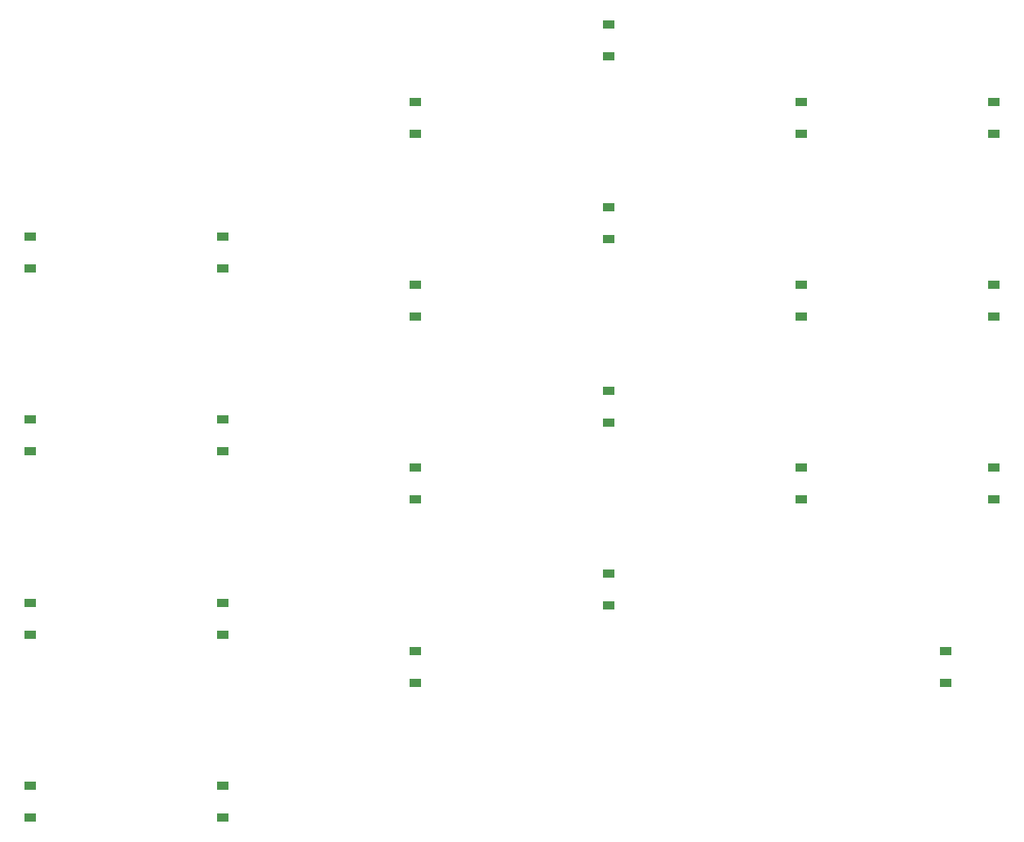
<source format=gbr>
%TF.GenerationSoftware,KiCad,Pcbnew,8.0.7*%
%TF.CreationDate,2025-01-04T23:43:43-07:00*%
%TF.ProjectId,left,6c656674-2e6b-4696-9361-645f70636258,v1.0.0*%
%TF.SameCoordinates,Original*%
%TF.FileFunction,Paste,Top*%
%TF.FilePolarity,Positive*%
%FSLAX46Y46*%
G04 Gerber Fmt 4.6, Leading zero omitted, Abs format (unit mm)*
G04 Created by KiCad (PCBNEW 8.0.7) date 2025-01-04 23:43:43*
%MOMM*%
%LPD*%
G01*
G04 APERTURE LIST*
%ADD10R,1.200000X0.900000*%
G04 APERTURE END LIST*
D10*
%TO.C,D1*%
X108300000Y-154150000D03*
X108300000Y-150850000D03*
%TD*%
%TO.C,D2*%
X108300000Y-135150000D03*
X108300000Y-131850000D03*
%TD*%
%TO.C,D3*%
X108300000Y-116150000D03*
X108300000Y-112850000D03*
%TD*%
%TO.C,D4*%
X108300000Y-97150000D03*
X108300000Y-93850000D03*
%TD*%
%TO.C,D5*%
X128300000Y-154150000D03*
X128300000Y-150850000D03*
%TD*%
%TO.C,D6*%
X128300000Y-135150000D03*
X128300000Y-131850000D03*
%TD*%
%TO.C,D7*%
X128300000Y-116150000D03*
X128300000Y-112850000D03*
%TD*%
%TO.C,D8*%
X128300000Y-97150000D03*
X128300000Y-93850000D03*
%TD*%
%TO.C,D9*%
X148300000Y-140150000D03*
X148300000Y-136850000D03*
%TD*%
%TO.C,D10*%
X148300000Y-121150000D03*
X148300000Y-117850000D03*
%TD*%
%TO.C,D11*%
X148300000Y-102150000D03*
X148300000Y-98850000D03*
%TD*%
%TO.C,D12*%
X148300000Y-83150000D03*
X148300000Y-79850000D03*
%TD*%
%TO.C,D13*%
X168300000Y-132150000D03*
X168300000Y-128850000D03*
%TD*%
%TO.C,D14*%
X168300000Y-113150000D03*
X168300000Y-109850000D03*
%TD*%
%TO.C,D15*%
X168300000Y-94150000D03*
X168300000Y-90850000D03*
%TD*%
%TO.C,D16*%
X168300000Y-75150000D03*
X168300000Y-71850000D03*
%TD*%
%TO.C,D17*%
X188300000Y-121150000D03*
X188300000Y-117850000D03*
%TD*%
%TO.C,D18*%
X188300000Y-102150000D03*
X188300000Y-98850000D03*
%TD*%
%TO.C,D19*%
X188300000Y-83150000D03*
X188300000Y-79850000D03*
%TD*%
%TO.C,D20*%
X208300000Y-121150000D03*
X208300000Y-117850000D03*
%TD*%
%TO.C,D21*%
X208300000Y-102150000D03*
X208300000Y-98850000D03*
%TD*%
%TO.C,D22*%
X208300000Y-83150000D03*
X208300000Y-79850000D03*
%TD*%
%TO.C,D23*%
X203300000Y-140150000D03*
X203300000Y-136850000D03*
%TD*%
M02*

</source>
